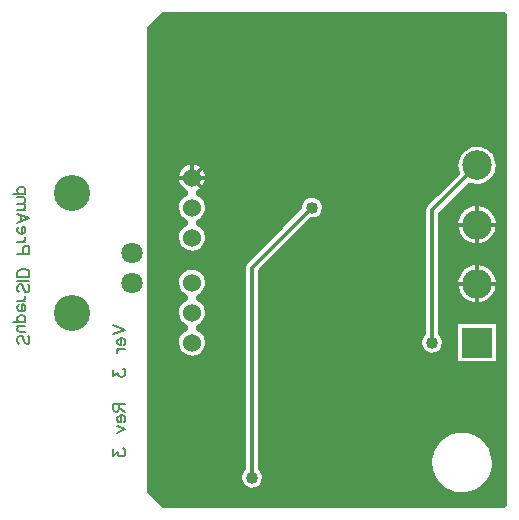
<source format=gbr>
G04 DipTrace 2.4.0.2*
%INBottom.gbr*%
%MOIN*%
%ADD14C,0.013*%
%ADD15C,0.025*%
%ADD19C,0.06*%
%ADD21R,0.0984X0.0984*%
%ADD22C,0.0984*%
%ADD23C,0.1201*%
%ADD24C,0.0709*%
%ADD25C,0.04*%
%ADD54C,0.0062*%
%FSLAX44Y44*%
G04*
G70*
G90*
G75*
G01*
%LNBottom*%
%LPD*%
X15940Y19440D2*
D14*
X15440D1*
X11940Y17940D2*
X12440D1*
Y17440D1*
X10440Y15440D1*
X16940Y14440D2*
Y14940D1*
X15940Y15940D1*
X10940D1*
X10440Y15440D1*
X12940Y7440D2*
Y10440D1*
X16940Y14440D1*
X11940Y12940D2*
Y13940D1*
X10440Y15440D1*
X12440Y5440D2*
Y12440D1*
X14440Y14440D1*
X18440Y9940D2*
Y14346D1*
X19940Y15846D1*
D25*
X15940Y19440D3*
X11940Y17940D3*
X16940Y14440D3*
X12940Y7440D3*
X16940Y14440D3*
X11940Y12940D3*
X12440Y5440D3*
X14440Y14440D3*
X18440Y9940D3*
X9268Y20566D2*
D15*
X20790D1*
X9090Y20318D2*
X20790D1*
X9090Y20069D2*
X20790D1*
X9090Y19820D2*
X20790D1*
X9090Y19572D2*
X20790D1*
X9090Y19323D2*
X20790D1*
X9090Y19074D2*
X20790D1*
X9090Y18825D2*
X20790D1*
X9090Y18577D2*
X20790D1*
X9090Y18328D2*
X20790D1*
X9090Y18079D2*
X20790D1*
X9090Y17831D2*
X20790D1*
X9090Y17582D2*
X20790D1*
X9090Y17333D2*
X20790D1*
X9090Y17085D2*
X20790D1*
X9090Y16836D2*
X20790D1*
X9090Y16587D2*
X19765D1*
X20115D2*
X20790D1*
X9090Y16339D2*
X19339D1*
X20541D2*
X20790D1*
X9090Y16090D2*
X19198D1*
X20682D2*
X20790D1*
X9090Y15841D2*
X10019D1*
X10861D2*
X19159D1*
X9090Y15593D2*
X9870D1*
X11010D2*
X19194D1*
X20678D2*
X20790D1*
X9090Y15344D2*
X9858D1*
X11022D2*
X18948D1*
X20533D2*
X20790D1*
X9090Y15095D2*
X9968D1*
X10912D2*
X18698D1*
X19682D2*
X19815D1*
X20065D2*
X20790D1*
X9090Y14846D2*
X10022D1*
X10858D2*
X14190D1*
X14690D2*
X18448D1*
X19432D2*
X20790D1*
X9090Y14598D2*
X9874D1*
X11006D2*
X13979D1*
X14901D2*
X18202D1*
X19186D2*
X19683D1*
X20197D2*
X20790D1*
X9090Y14349D2*
X9858D1*
X11022D2*
X13858D1*
X14920D2*
X18085D1*
X18936D2*
X19323D1*
X20557D2*
X20790D1*
X9090Y14100D2*
X9964D1*
X10916D2*
X13608D1*
X14783D2*
X18085D1*
X18795D2*
X19190D1*
X20690D2*
X20790D1*
X9090Y13852D2*
X10030D1*
X10850D2*
X13358D1*
X14342D2*
X18085D1*
X18795D2*
X19159D1*
X9090Y13603D2*
X9874D1*
X11006D2*
X13112D1*
X14096D2*
X18085D1*
X18795D2*
X19210D1*
X20670D2*
X20790D1*
X9090Y13354D2*
X9858D1*
X11022D2*
X12862D1*
X13846D2*
X18085D1*
X18795D2*
X19366D1*
X20514D2*
X20790D1*
X9090Y13106D2*
X9960D1*
X10920D2*
X12612D1*
X13596D2*
X18085D1*
X18795D2*
X20790D1*
X9090Y12857D2*
X12366D1*
X13350D2*
X18085D1*
X18795D2*
X20790D1*
X9090Y12608D2*
X12132D1*
X13100D2*
X18085D1*
X18795D2*
X19628D1*
X20252D2*
X20790D1*
X9090Y12360D2*
X10038D1*
X10842D2*
X12085D1*
X12850D2*
X18085D1*
X18795D2*
X19308D1*
X20572D2*
X20790D1*
X9090Y12111D2*
X9878D1*
X11002D2*
X12085D1*
X12795D2*
X18085D1*
X18795D2*
X19186D1*
X20694D2*
X20790D1*
X9090Y11862D2*
X9854D1*
X11026D2*
X12085D1*
X12795D2*
X18085D1*
X18795D2*
X19159D1*
X9090Y11614D2*
X9952D1*
X10928D2*
X12085D1*
X12795D2*
X18085D1*
X18795D2*
X19218D1*
X20662D2*
X20790D1*
X9090Y11365D2*
X10042D1*
X10838D2*
X12085D1*
X12795D2*
X18085D1*
X18795D2*
X19390D1*
X20490D2*
X20790D1*
X9090Y11116D2*
X9878D1*
X11002D2*
X12085D1*
X12795D2*
X18085D1*
X18795D2*
X20790D1*
X9090Y10867D2*
X9854D1*
X11026D2*
X12085D1*
X12795D2*
X18085D1*
X18795D2*
X20790D1*
X9090Y10619D2*
X9952D1*
X10928D2*
X12085D1*
X12795D2*
X18085D1*
X18795D2*
X19159D1*
X9090Y10370D2*
X10050D1*
X10830D2*
X12085D1*
X12795D2*
X18085D1*
X18795D2*
X19159D1*
X9090Y10121D2*
X9882D1*
X10998D2*
X12085D1*
X12795D2*
X17987D1*
X18893D2*
X19159D1*
X9090Y9873D2*
X9854D1*
X11026D2*
X12085D1*
X12795D2*
X17956D1*
X18924D2*
X19159D1*
X9090Y9624D2*
X9948D1*
X10932D2*
X12085D1*
X12795D2*
X18073D1*
X18807D2*
X19159D1*
X9090Y9375D2*
X10397D1*
X10481D2*
X12085D1*
X12795D2*
X19159D1*
X9090Y9127D2*
X12085D1*
X12795D2*
X20790D1*
X9090Y8878D2*
X12085D1*
X12795D2*
X20790D1*
X9090Y8629D2*
X12085D1*
X12795D2*
X20790D1*
X9090Y8381D2*
X12085D1*
X12795D2*
X20790D1*
X9090Y8132D2*
X12085D1*
X12795D2*
X20790D1*
X9090Y7883D2*
X12085D1*
X12795D2*
X20790D1*
X9090Y7635D2*
X12085D1*
X12795D2*
X20790D1*
X9090Y7386D2*
X12085D1*
X12795D2*
X20790D1*
X9090Y7137D2*
X12085D1*
X12795D2*
X20790D1*
X9090Y6888D2*
X12085D1*
X12795D2*
X18808D1*
X20072D2*
X20790D1*
X9090Y6640D2*
X12085D1*
X12795D2*
X18534D1*
X20346D2*
X20790D1*
X9090Y6391D2*
X12085D1*
X12795D2*
X18382D1*
X20498D2*
X20790D1*
X9090Y6142D2*
X12085D1*
X12795D2*
X18308D1*
X20572D2*
X20790D1*
X9090Y5894D2*
X12085D1*
X12795D2*
X18288D1*
X20592D2*
X20790D1*
X9090Y5645D2*
X11999D1*
X12881D2*
X18327D1*
X20553D2*
X20790D1*
X9090Y5396D2*
X11952D1*
X12928D2*
X18429D1*
X20451D2*
X20790D1*
X9090Y5148D2*
X12054D1*
X12826D2*
X18616D1*
X20264D2*
X20790D1*
X9182Y4899D2*
X18987D1*
X19893D2*
X20790D1*
X9432Y4650D2*
X20790D1*
X20559Y5815D2*
X20539Y5692D1*
X20504Y5572D1*
X20457Y5456D1*
X20397Y5347D1*
X20326Y5244D1*
X20243Y5150D1*
X20151Y5066D1*
X20050Y4993D1*
X19941Y4931D1*
X19826Y4882D1*
X19707Y4846D1*
X19584Y4823D1*
X19459Y4814D1*
X19334Y4819D1*
X19211Y4837D1*
X19090Y4869D1*
X18974Y4915D1*
X18863Y4973D1*
X18759Y5043D1*
X18664Y5123D1*
X18579Y5214D1*
X18503Y5314D1*
X18440Y5422D1*
X18389Y5536D1*
X18350Y5655D1*
X18326Y5777D1*
X18314Y5902D1*
X18317Y6026D1*
X18334Y6150D1*
X18364Y6272D1*
X18407Y6389D1*
X18463Y6500D1*
X18531Y6605D1*
X18610Y6702D1*
X18700Y6789D1*
X18798Y6866D1*
X18905Y6931D1*
X19018Y6984D1*
X19136Y7025D1*
X19258Y7052D1*
X19382Y7065D1*
X19507Y7064D1*
X19631Y7050D1*
X19753Y7022D1*
X19871Y6981D1*
X19984Y6926D1*
X20090Y6860D1*
X20187Y6783D1*
X20276Y6695D1*
X20355Y6597D1*
X20422Y6492D1*
X20477Y6380D1*
X20519Y6262D1*
X20548Y6141D1*
X20566Y5940D1*
X20559Y5815D1*
X10991Y11816D2*
X10951Y11698D1*
X10885Y11592D1*
X10798Y11503D1*
X10703Y11441D1*
X10758Y11407D1*
X10853Y11326D1*
X10927Y11226D1*
X10978Y11112D1*
X11005Y10940D1*
X10991Y10816D1*
X10951Y10698D1*
X10885Y10592D1*
X10798Y10503D1*
X10703Y10441D1*
X10758Y10407D1*
X10853Y10326D1*
X10927Y10226D1*
X10978Y10112D1*
X11005Y9940D1*
X10991Y9816D1*
X10951Y9698D1*
X10885Y9592D1*
X10798Y9503D1*
X10693Y9435D1*
X10576Y9392D1*
X10452Y9375D1*
X10328Y9386D1*
X10209Y9424D1*
X10102Y9487D1*
X10011Y9573D1*
X9941Y9676D1*
X9895Y9792D1*
X9876Y9915D1*
X9884Y10039D1*
X9919Y10159D1*
X9980Y10268D1*
X10063Y10361D1*
X10176Y10438D1*
X10102Y10487D1*
X10011Y10573D1*
X9941Y10676D1*
X9895Y10792D1*
X9876Y10915D1*
X9884Y11039D1*
X9919Y11159D1*
X9980Y11268D1*
X10063Y11361D1*
X10176Y11438D1*
X10102Y11487D1*
X10011Y11573D1*
X9941Y11676D1*
X9895Y11792D1*
X9876Y11915D1*
X9884Y12039D1*
X9919Y12159D1*
X9980Y12268D1*
X10063Y12361D1*
X10165Y12433D1*
X10280Y12482D1*
X10403Y12504D1*
X10527Y12498D1*
X10648Y12466D1*
X10758Y12407D1*
X10853Y12326D1*
X10927Y12226D1*
X10978Y12112D1*
X11005Y11940D1*
X10991Y11816D1*
Y13316D2*
X10951Y13198D1*
X10885Y13092D1*
X10798Y13003D1*
X10693Y12935D1*
X10576Y12892D1*
X10452Y12875D1*
X10328Y12886D1*
X10209Y12924D1*
X10102Y12987D1*
X10011Y13073D1*
X9941Y13176D1*
X9895Y13292D1*
X9876Y13415D1*
X9884Y13539D1*
X9919Y13659D1*
X9980Y13768D1*
X10063Y13861D1*
X10176Y13938D1*
X10102Y13987D1*
X10011Y14073D1*
X9941Y14176D1*
X9895Y14292D1*
X9876Y14415D1*
X9884Y14539D1*
X9919Y14659D1*
X9980Y14768D1*
X10063Y14861D1*
X10176Y14938D1*
X10063Y15019D1*
X9980Y15112D1*
X9919Y15221D1*
X9884Y15341D1*
X9876Y15465D1*
X9895Y15588D1*
X9941Y15704D1*
X10011Y15807D1*
X10102Y15893D1*
X10209Y15956D1*
X10328Y15994D1*
X10452Y16005D1*
X10576Y15988D1*
X10693Y15945D1*
X10798Y15877D1*
X10885Y15788D1*
X10951Y15682D1*
X10991Y15564D1*
X11005Y15440D1*
X10991Y15316D1*
X10951Y15198D1*
X10885Y15092D1*
X10798Y15003D1*
X10702Y14940D1*
X10758Y14907D1*
X10853Y14826D1*
X10927Y14726D1*
X10978Y14612D1*
X11005Y14440D1*
X10991Y14316D1*
X10951Y14198D1*
X10885Y14092D1*
X10798Y14003D1*
X10703Y13941D1*
X10758Y13907D1*
X10853Y13826D1*
X10927Y13726D1*
X10978Y13612D1*
X11005Y13440D1*
X10991Y13316D1*
X19308Y10697D2*
X20697D1*
Y9183D1*
X19183D1*
Y10697D1*
X19308D1*
X20697Y11884D2*
X20677Y11735D1*
X20628Y11593D1*
X20553Y11464D1*
X20453Y11352D1*
X20334Y11262D1*
X20199Y11197D1*
X20054Y11160D1*
X19904Y11152D1*
X19756Y11174D1*
X19615Y11225D1*
X19487Y11302D1*
X19376Y11403D1*
X19288Y11524D1*
X19225Y11660D1*
X19190Y11805D1*
X19184Y11955D1*
X19208Y12103D1*
X19261Y12243D1*
X19340Y12370D1*
X19442Y12479D1*
X19565Y12566D1*
X19701Y12627D1*
X19847Y12660D1*
X19997Y12663D1*
X20145Y12637D1*
X20284Y12583D1*
X20410Y12502D1*
X20518Y12398D1*
X20603Y12275D1*
X20662Y12137D1*
X20693Y11991D1*
X20697Y11884D1*
Y13852D2*
X20677Y13704D1*
X20628Y13562D1*
X20553Y13433D1*
X20453Y13321D1*
X20334Y13230D1*
X20199Y13166D1*
X20054Y13128D1*
X19904Y13121D1*
X19756Y13143D1*
X19615Y13193D1*
X19487Y13270D1*
X19376Y13371D1*
X19288Y13492D1*
X19225Y13628D1*
X19190Y13774D1*
X19184Y13923D1*
X19208Y14071D1*
X19261Y14211D1*
X19340Y14339D1*
X19442Y14448D1*
X19565Y14534D1*
X19701Y14596D1*
X19847Y14628D1*
X19997Y14632D1*
X20145Y14606D1*
X20284Y14551D1*
X20410Y14471D1*
X20518Y14366D1*
X20603Y14243D1*
X20662Y14106D1*
X20693Y13959D1*
X20697Y13852D1*
X20687Y15721D2*
X20656Y15600D1*
X20606Y15486D1*
X20538Y15381D1*
X20453Y15289D1*
X20355Y15212D1*
X20245Y15153D1*
X20127Y15112D1*
X20004Y15091D1*
X19879D1*
X19756Y15111D1*
X19693Y15132D1*
X18767Y14206D1*
X18770Y12346D1*
Y10271D1*
X18814Y10217D1*
X18874Y10108D1*
X18903Y9987D1*
X18905Y9940D1*
X18888Y9817D1*
X18839Y9702D1*
X18762Y9604D1*
X18661Y9531D1*
X18545Y9487D1*
X18420Y9475D1*
X18298Y9497D1*
X18185Y9551D1*
X18091Y9633D1*
X18022Y9736D1*
X17983Y9855D1*
X17977Y9979D1*
X18004Y10101D1*
X18062Y10211D1*
X18107Y10259D1*
X18110Y11565D1*
Y14346D1*
X18133Y14468D1*
X18207Y14579D1*
X19226Y15598D1*
X19194Y15718D1*
X19183Y15842D1*
X19193Y15966D1*
X19223Y16088D1*
X19272Y16202D1*
X19340Y16307D1*
X19424Y16399D1*
X19522Y16477D1*
X19631Y16537D1*
X19749Y16578D1*
X19872Y16600D1*
X19997D1*
X20120Y16581D1*
X20239Y16541D1*
X20349Y16483D1*
X20448Y16407D1*
X20534Y16316D1*
X20603Y16212D1*
X20654Y16098D1*
X20686Y15977D1*
X20697Y15846D1*
X20687Y15721D1*
X12110Y5764D2*
Y12440D1*
X12133Y12562D1*
X12207Y12673D1*
X13977Y14444D1*
Y14479D1*
X14004Y14601D1*
X14062Y14711D1*
X14148Y14802D1*
X14254Y14866D1*
X14374Y14900D1*
X14499Y14901D1*
X14619Y14869D1*
X14727Y14806D1*
X14814Y14717D1*
X14874Y14608D1*
X14903Y14487D1*
X14905Y14440D1*
X14888Y14317D1*
X14839Y14202D1*
X14762Y14104D1*
X14661Y14031D1*
X14545Y13987D1*
X14448Y13978D1*
X12817Y12350D1*
X12770Y12304D1*
Y5764D1*
X12814Y5717D1*
X12874Y5608D1*
X12903Y5487D1*
X12905Y5440D1*
X12888Y5317D1*
X12839Y5202D1*
X12762Y5104D1*
X12661Y5031D1*
X12545Y4987D1*
X12420Y4975D1*
X12298Y4997D1*
X12185Y5051D1*
X12091Y5133D1*
X12022Y5236D1*
X11983Y5355D1*
X11977Y5479D1*
X12004Y5601D1*
X12062Y5711D1*
X12107Y5759D1*
X9065Y8565D2*
Y4991D1*
X9490Y4566D1*
X18815Y4565D1*
X20815D1*
Y20815D1*
X9491D1*
X9066Y20390D1*
X9065Y11065D1*
Y8565D1*
X10440Y16005D2*
D14*
Y15440D1*
X9875D2*
X11005D1*
X19940Y12665D2*
Y11152D1*
X19183Y11909D2*
X20697D1*
X19940Y14634D2*
Y13120D1*
X19183Y13877D2*
X20697D1*
D19*
X10440Y11940D3*
Y10940D3*
Y9940D3*
Y13440D3*
Y14440D3*
Y15440D3*
D21*
X19940Y9940D3*
D22*
Y11909D3*
Y13877D3*
Y15846D3*
D23*
X6440Y10940D3*
X6439Y14940D3*
D24*
X8440Y12940D3*
X8439Y11940D3*
X4961Y10171D2*
D54*
X4999Y10133D1*
X5018Y10076D1*
Y9999D1*
X4999Y9942D1*
X4961Y9903D1*
X4923D1*
X4884Y9923D1*
X4865Y9942D1*
X4846Y9980D1*
X4808Y10095D1*
X4789Y10133D1*
X4769Y10152D1*
X4731Y10171D1*
X4674D1*
X4636Y10133D1*
X4616Y10076D1*
Y9999D1*
X4636Y9942D1*
X4674Y9903D1*
X4884Y10295D2*
X4693D1*
X4636Y10314D1*
X4616Y10352D1*
Y10410D1*
X4636Y10448D1*
X4693Y10505D1*
X4884D2*
X4616D1*
X4884Y10629D2*
X4482D1*
X4827D2*
X4865Y10667D1*
X4884Y10705D1*
Y10763D1*
X4865Y10801D1*
X4827Y10839D1*
X4769Y10858D1*
X4731D1*
X4674Y10839D1*
X4635Y10801D1*
X4616Y10763D1*
Y10705D1*
X4635Y10667D1*
X4674Y10629D1*
X4769Y10982D2*
Y11211D1*
X4808D1*
X4846Y11192D1*
X4865Y11173D1*
X4884Y11135D1*
Y11078D1*
X4865Y11039D1*
X4827Y11001D1*
X4769Y10982D1*
X4731D1*
X4674Y11001D1*
X4636Y11039D1*
X4616Y11078D1*
Y11135D1*
X4636Y11173D1*
X4674Y11211D1*
X4884Y11335D2*
X4616D1*
X4769D2*
X4827Y11354D1*
X4865Y11392D1*
X4884Y11431D1*
Y11488D1*
X4961Y11880D2*
X4999Y11842D1*
X5018Y11784D1*
Y11708D1*
X4999Y11650D1*
X4961Y11612D1*
X4923D1*
X4884Y11631D1*
X4865Y11650D1*
X4846Y11688D1*
X4808Y11803D1*
X4789Y11842D1*
X4769Y11861D1*
X4731Y11880D1*
X4674D1*
X4636Y11842D1*
X4616Y11784D1*
Y11708D1*
X4636Y11650D1*
X4674Y11612D1*
X5018Y12003D2*
X4616D1*
X5018Y12127D2*
X4616D1*
Y12261D1*
X4636Y12318D1*
X4674Y12357D1*
X4712Y12376D1*
X4769Y12395D1*
X4865D1*
X4923Y12376D1*
X4961Y12357D1*
X4999Y12318D1*
X5018Y12261D1*
Y12127D1*
X4808Y12907D2*
Y13080D1*
X4827Y13137D1*
X4846Y13156D1*
X4884Y13175D1*
X4942D1*
X4980Y13156D1*
X4999Y13137D1*
X5018Y13080D1*
Y12907D1*
X4616D1*
X4884Y13299D2*
X4616D1*
X4769D2*
X4827Y13318D1*
X4865Y13356D1*
X4884Y13395D1*
Y13452D1*
X4769Y13576D2*
Y13805D1*
X4808D1*
X4846Y13786D1*
X4865Y13767D1*
X4884Y13729D1*
Y13671D1*
X4865Y13633D1*
X4827Y13595D1*
X4769Y13576D1*
X4731D1*
X4674Y13595D1*
X4636Y13633D1*
X4616Y13671D1*
Y13729D1*
X4636Y13767D1*
X4674Y13805D1*
X4616Y14235D2*
X5018Y14082D1*
X4616Y13929D1*
X4750Y13986D2*
Y14178D1*
X4884Y14358D2*
X4616D1*
X4808D2*
X4865Y14416D1*
X4884Y14454D1*
Y14511D1*
X4865Y14550D1*
X4808Y14569D1*
X4616D1*
X4808D2*
X4865Y14626D1*
X4884Y14665D1*
Y14722D1*
X4865Y14760D1*
X4808Y14780D1*
X4616D1*
X4884Y14903D2*
X4482D1*
X4827D2*
X4865Y14942D1*
X4884Y14980D1*
Y15037D1*
X4865Y15076D1*
X4827Y15114D1*
X4769Y15133D1*
X4731D1*
X4674Y15114D1*
X4635Y15076D1*
X4616Y15037D1*
Y14980D1*
X4635Y14942D1*
X4674Y14903D1*
X7813Y10523D2*
X8215Y10370D1*
X7813Y10217D1*
X8062Y10093D2*
Y9864D1*
X8024D1*
X7985Y9883D1*
X7966Y9902D1*
X7947Y9940D1*
Y9998D1*
X7966Y10036D1*
X8005Y10074D1*
X8062Y10093D1*
X8100D1*
X8158Y10074D1*
X8196Y10036D1*
X8215Y9998D1*
Y9940D1*
X8196Y9902D1*
X8158Y9864D1*
X7947Y9740D2*
X8215D1*
X8062D2*
X8005Y9721D1*
X7966Y9683D1*
X7947Y9644D1*
Y9587D1*
X7814Y9036D2*
Y8826D1*
X7967Y8940D1*
Y8883D1*
X7986Y8845D1*
X8005Y8826D1*
X8062Y8806D1*
X8100D1*
X8158Y8826D1*
X8196Y8864D1*
X8215Y8921D1*
Y8979D1*
X8196Y9036D1*
X8177Y9055D1*
X8139Y9074D1*
X8005Y7905D2*
Y7733D1*
X7985Y7676D1*
X7966Y7656D1*
X7928Y7637D1*
X7890D1*
X7852Y7656D1*
X7832Y7676D1*
X7813Y7733D1*
Y7905D1*
X8215D1*
X8005Y7771D2*
X8215Y7637D1*
X8062Y7514D2*
Y7284D1*
X8024D1*
X7985Y7303D1*
X7966Y7322D1*
X7947Y7361D1*
Y7418D1*
X7966Y7456D1*
X8005Y7495D1*
X8062Y7514D1*
X8100D1*
X8158Y7495D1*
X8196Y7456D1*
X8215Y7418D1*
Y7361D1*
X8196Y7322D1*
X8158Y7284D1*
X7947Y7161D2*
X8215Y7046D1*
X7947Y6931D1*
X7814Y6381D2*
Y6171D1*
X7967Y6285D1*
Y6228D1*
X7986Y6190D1*
X8005Y6171D1*
X8062Y6151D1*
X8100D1*
X8158Y6171D1*
X8196Y6209D1*
X8215Y6266D1*
Y6324D1*
X8196Y6381D1*
X8177Y6400D1*
X8139Y6419D1*
M02*

</source>
